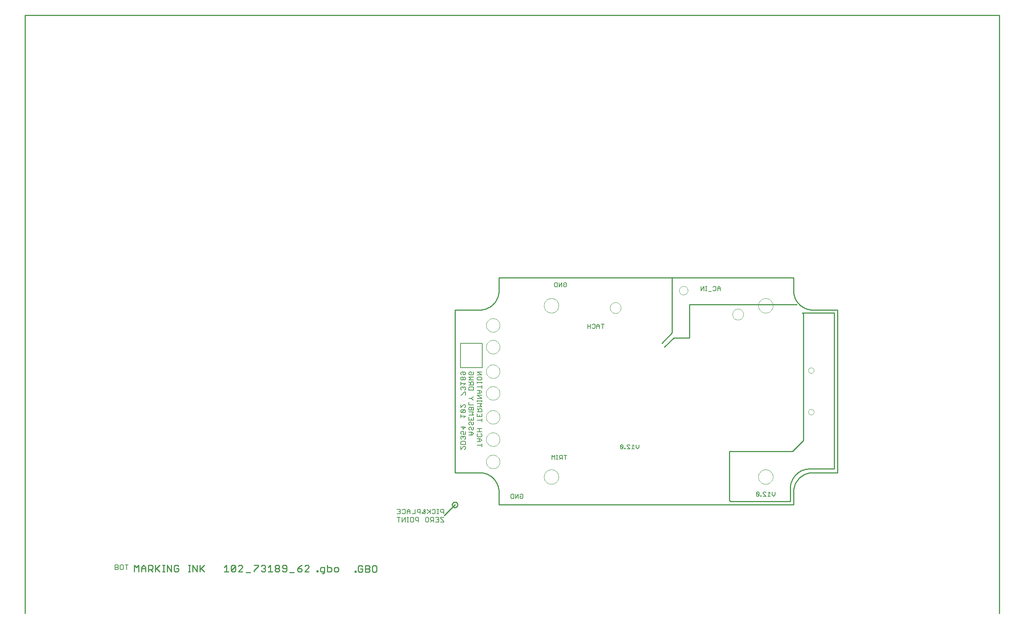
<source format=gbo>
G75*
%MOIN*%
%OFA0B0*%
%FSLAX24Y24*%
%IPPOS*%
%LPD*%
%AMOC8*
5,1,8,0,0,1.08239X$1,22.5*
%
%ADD10C,0.0100*%
%ADD11C,0.0070*%
%ADD12C,0.0000*%
%ADD13C,0.0110*%
%ADD14C,0.0080*%
D10*
X000500Y010000D02*
X000500Y065000D01*
X090000Y065000D01*
X090000Y010000D01*
X072874Y022953D02*
X072792Y022951D01*
X072711Y022945D01*
X072629Y022936D01*
X072548Y022923D01*
X072468Y022906D01*
X072389Y022885D01*
X072311Y022861D01*
X072234Y022833D01*
X072158Y022802D01*
X072084Y022767D01*
X072012Y022729D01*
X071941Y022688D01*
X071873Y022643D01*
X071806Y022595D01*
X071742Y022544D01*
X071680Y022491D01*
X071621Y022434D01*
X071564Y022375D01*
X071511Y022313D01*
X071460Y022249D01*
X071412Y022182D01*
X071367Y022114D01*
X071326Y022043D01*
X071288Y021971D01*
X071253Y021897D01*
X071222Y021821D01*
X071194Y021744D01*
X071170Y021666D01*
X071149Y021587D01*
X071132Y021507D01*
X071119Y021426D01*
X071110Y021344D01*
X071104Y021263D01*
X071102Y021181D01*
X071102Y020000D01*
X044035Y020000D01*
X044035Y021181D01*
X044035Y020000D01*
X071102Y020000D01*
X071102Y021181D01*
X070800Y021450D02*
X070800Y020300D01*
X065300Y020300D01*
X065200Y020400D01*
X065200Y024900D01*
X071000Y024900D01*
X072000Y025900D01*
X072000Y037550D01*
X071900Y037650D01*
X074850Y037650D01*
X074850Y023300D01*
X072550Y023300D01*
X072874Y022953D02*
X075138Y022953D01*
X075138Y037913D01*
X072874Y037913D01*
X075138Y037913D01*
X075138Y022953D01*
X072874Y022953D01*
X072550Y023300D02*
X072467Y023296D01*
X072384Y023288D01*
X072302Y023276D01*
X072220Y023260D01*
X072139Y023241D01*
X072059Y023218D01*
X071980Y023191D01*
X071903Y023161D01*
X071827Y023127D01*
X071753Y023089D01*
X071680Y023048D01*
X071610Y023004D01*
X071541Y022957D01*
X071475Y022907D01*
X071411Y022853D01*
X071350Y022797D01*
X071292Y022738D01*
X071236Y022676D01*
X071183Y022612D01*
X071133Y022545D01*
X071086Y022476D01*
X071043Y022405D01*
X071003Y022332D01*
X070966Y022258D01*
X070933Y022181D01*
X070903Y022104D01*
X070877Y022025D01*
X070855Y021945D01*
X070836Y021864D01*
X070821Y021782D01*
X070810Y021699D01*
X070803Y021616D01*
X070799Y021533D01*
X070800Y021450D01*
X071102Y021181D02*
X071104Y021263D01*
X071110Y021344D01*
X071119Y021426D01*
X071132Y021507D01*
X071149Y021587D01*
X071170Y021666D01*
X071194Y021744D01*
X071222Y021821D01*
X071253Y021897D01*
X071288Y021971D01*
X071326Y022043D01*
X071367Y022114D01*
X071412Y022182D01*
X071460Y022249D01*
X071511Y022313D01*
X071564Y022375D01*
X071621Y022434D01*
X071680Y022491D01*
X071742Y022544D01*
X071806Y022595D01*
X071873Y022643D01*
X071941Y022688D01*
X072012Y022729D01*
X072084Y022767D01*
X072158Y022802D01*
X072234Y022833D01*
X072311Y022861D01*
X072389Y022885D01*
X072468Y022906D01*
X072548Y022923D01*
X072629Y022936D01*
X072711Y022945D01*
X072792Y022951D01*
X072874Y022953D01*
X060100Y035350D02*
X059250Y034500D01*
X059000Y034850D02*
X059950Y035800D01*
X059950Y040900D01*
X061550Y038400D02*
X071400Y038400D01*
X071102Y039685D02*
X071102Y040866D01*
X044035Y040866D01*
X044035Y039685D01*
X044035Y040866D01*
X071102Y040866D01*
X071102Y039685D01*
X071104Y039603D01*
X071110Y039522D01*
X071119Y039440D01*
X071132Y039359D01*
X071149Y039279D01*
X071170Y039200D01*
X071194Y039122D01*
X071222Y039045D01*
X071253Y038969D01*
X071288Y038895D01*
X071326Y038823D01*
X071367Y038752D01*
X071412Y038684D01*
X071460Y038617D01*
X071511Y038553D01*
X071564Y038491D01*
X071621Y038432D01*
X071680Y038375D01*
X071742Y038322D01*
X071806Y038271D01*
X071873Y038223D01*
X071941Y038178D01*
X072012Y038137D01*
X072084Y038099D01*
X072158Y038064D01*
X072234Y038033D01*
X072311Y038005D01*
X072389Y037981D01*
X072468Y037960D01*
X072548Y037943D01*
X072629Y037930D01*
X072711Y037921D01*
X072792Y037915D01*
X072874Y037913D01*
X072792Y037915D01*
X072711Y037921D01*
X072629Y037930D01*
X072548Y037943D01*
X072468Y037960D01*
X072389Y037981D01*
X072311Y038005D01*
X072234Y038033D01*
X072158Y038064D01*
X072084Y038099D01*
X072012Y038137D01*
X071941Y038178D01*
X071873Y038223D01*
X071806Y038271D01*
X071742Y038322D01*
X071680Y038375D01*
X071621Y038432D01*
X071564Y038491D01*
X071511Y038553D01*
X071460Y038617D01*
X071412Y038684D01*
X071367Y038752D01*
X071326Y038823D01*
X071288Y038895D01*
X071253Y038969D01*
X071222Y039045D01*
X071194Y039122D01*
X071170Y039200D01*
X071149Y039279D01*
X071132Y039359D01*
X071119Y039440D01*
X071110Y039522D01*
X071104Y039603D01*
X071102Y039685D01*
X061550Y038400D02*
X061550Y035350D01*
X060100Y035350D01*
X042264Y037913D02*
X040000Y037913D01*
X040000Y022953D01*
X042264Y022953D01*
X040000Y022953D01*
X040000Y037913D01*
X042264Y037913D01*
X042346Y037915D01*
X042427Y037921D01*
X042509Y037930D01*
X042590Y037943D01*
X042670Y037960D01*
X042749Y037981D01*
X042827Y038005D01*
X042904Y038033D01*
X042980Y038064D01*
X043054Y038099D01*
X043126Y038137D01*
X043197Y038178D01*
X043265Y038223D01*
X043332Y038271D01*
X043396Y038322D01*
X043458Y038375D01*
X043517Y038432D01*
X043574Y038491D01*
X043627Y038553D01*
X043678Y038617D01*
X043726Y038684D01*
X043771Y038752D01*
X043812Y038823D01*
X043850Y038895D01*
X043885Y038969D01*
X043916Y039045D01*
X043944Y039122D01*
X043968Y039200D01*
X043989Y039279D01*
X044006Y039359D01*
X044019Y039440D01*
X044028Y039522D01*
X044034Y039603D01*
X044036Y039685D01*
X044034Y039603D01*
X044028Y039522D01*
X044019Y039440D01*
X044006Y039359D01*
X043989Y039279D01*
X043968Y039200D01*
X043944Y039122D01*
X043916Y039045D01*
X043885Y038969D01*
X043850Y038895D01*
X043812Y038823D01*
X043771Y038752D01*
X043726Y038684D01*
X043678Y038617D01*
X043627Y038553D01*
X043574Y038491D01*
X043517Y038432D01*
X043458Y038375D01*
X043396Y038322D01*
X043332Y038271D01*
X043265Y038223D01*
X043197Y038178D01*
X043126Y038137D01*
X043054Y038099D01*
X042980Y038064D01*
X042904Y038033D01*
X042827Y038005D01*
X042749Y037981D01*
X042670Y037960D01*
X042590Y037943D01*
X042509Y037930D01*
X042427Y037921D01*
X042346Y037915D01*
X042264Y037913D01*
X042264Y022953D02*
X042346Y022951D01*
X042427Y022945D01*
X042509Y022936D01*
X042590Y022923D01*
X042670Y022906D01*
X042749Y022885D01*
X042827Y022861D01*
X042904Y022833D01*
X042980Y022802D01*
X043054Y022767D01*
X043126Y022729D01*
X043197Y022688D01*
X043265Y022643D01*
X043332Y022595D01*
X043396Y022544D01*
X043458Y022491D01*
X043517Y022434D01*
X043574Y022375D01*
X043627Y022313D01*
X043678Y022249D01*
X043726Y022182D01*
X043771Y022114D01*
X043812Y022043D01*
X043850Y021971D01*
X043885Y021897D01*
X043916Y021821D01*
X043944Y021744D01*
X043968Y021666D01*
X043989Y021587D01*
X044006Y021507D01*
X044019Y021426D01*
X044028Y021344D01*
X044034Y021263D01*
X044036Y021181D01*
X044034Y021263D01*
X044028Y021344D01*
X044019Y021426D01*
X044006Y021507D01*
X043989Y021587D01*
X043968Y021666D01*
X043944Y021744D01*
X043916Y021821D01*
X043885Y021897D01*
X043850Y021971D01*
X043812Y022043D01*
X043771Y022114D01*
X043726Y022182D01*
X043678Y022249D01*
X043627Y022313D01*
X043574Y022375D01*
X043517Y022434D01*
X043458Y022491D01*
X043396Y022544D01*
X043332Y022595D01*
X043265Y022643D01*
X043197Y022688D01*
X043126Y022729D01*
X043054Y022767D01*
X042980Y022802D01*
X042904Y022833D01*
X042827Y022861D01*
X042749Y022885D01*
X042670Y022906D01*
X042590Y022923D01*
X042509Y022936D01*
X042427Y022945D01*
X042346Y022951D01*
X042264Y022953D01*
X039750Y020000D02*
X039752Y020031D01*
X039758Y020062D01*
X039768Y020092D01*
X039781Y020120D01*
X039798Y020147D01*
X039818Y020171D01*
X039841Y020193D01*
X039866Y020211D01*
X039894Y020226D01*
X039923Y020238D01*
X039953Y020246D01*
X039984Y020250D01*
X040016Y020250D01*
X040047Y020246D01*
X040077Y020238D01*
X040106Y020226D01*
X040134Y020211D01*
X040159Y020193D01*
X040182Y020171D01*
X040202Y020147D01*
X040219Y020120D01*
X040232Y020092D01*
X040242Y020062D01*
X040248Y020031D01*
X040250Y020000D01*
X040248Y019969D01*
X040242Y019938D01*
X040232Y019908D01*
X040219Y019880D01*
X040202Y019853D01*
X040182Y019829D01*
X040159Y019807D01*
X040134Y019789D01*
X040106Y019774D01*
X040077Y019762D01*
X040047Y019754D01*
X040016Y019750D01*
X039984Y019750D01*
X039953Y019754D01*
X039923Y019762D01*
X039894Y019774D01*
X039866Y019789D01*
X039841Y019807D01*
X039818Y019829D01*
X039798Y019853D01*
X039781Y019880D01*
X039768Y019908D01*
X039758Y019938D01*
X039752Y019969D01*
X039750Y020000D01*
X040000Y020000D02*
X039000Y019000D01*
D11*
X045154Y020648D02*
X045154Y020902D01*
X045218Y020965D01*
X045408Y020965D01*
X045408Y020585D01*
X045218Y020585D01*
X045154Y020648D01*
X045569Y020585D02*
X045569Y020965D01*
X045822Y020965D02*
X045569Y020585D01*
X045822Y020585D02*
X045822Y020965D01*
X045983Y020902D02*
X046046Y020965D01*
X046173Y020965D01*
X046237Y020902D01*
X046237Y020648D01*
X046173Y020585D01*
X046046Y020585D01*
X045983Y020648D01*
X045983Y020775D01*
X046110Y020775D01*
X048916Y024160D02*
X048916Y024540D01*
X049043Y024414D01*
X049170Y024540D01*
X049170Y024160D01*
X049319Y024160D02*
X049446Y024160D01*
X049383Y024160D02*
X049383Y024540D01*
X049446Y024540D02*
X049319Y024540D01*
X049607Y024477D02*
X049607Y024350D01*
X049670Y024287D01*
X049860Y024287D01*
X049734Y024287D02*
X049607Y024160D01*
X049860Y024160D02*
X049860Y024540D01*
X049670Y024540D01*
X049607Y024477D01*
X050021Y024540D02*
X050275Y024540D01*
X050148Y024540D02*
X050148Y024160D01*
X055194Y025198D02*
X055257Y025135D01*
X055384Y025135D01*
X055447Y025198D01*
X055194Y025452D01*
X055194Y025198D01*
X055447Y025198D02*
X055447Y025452D01*
X055384Y025515D01*
X055257Y025515D01*
X055194Y025452D01*
X055591Y025198D02*
X055591Y025135D01*
X055654Y025135D01*
X055654Y025198D01*
X055591Y025198D01*
X055815Y025135D02*
X056069Y025135D01*
X055815Y025389D01*
X055815Y025452D01*
X055878Y025515D01*
X056005Y025515D01*
X056069Y025452D01*
X056356Y025515D02*
X056356Y025135D01*
X056483Y025135D02*
X056229Y025135D01*
X056483Y025389D02*
X056356Y025515D01*
X056644Y025515D02*
X056644Y025262D01*
X056771Y025135D01*
X056897Y025262D01*
X056897Y025515D01*
X067694Y021102D02*
X067947Y020848D01*
X067884Y020785D01*
X067757Y020785D01*
X067694Y020848D01*
X067694Y021102D01*
X067757Y021165D01*
X067884Y021165D01*
X067947Y021102D01*
X067947Y020848D01*
X068091Y020848D02*
X068091Y020785D01*
X068154Y020785D01*
X068154Y020848D01*
X068091Y020848D01*
X068315Y020785D02*
X068569Y020785D01*
X068315Y021039D01*
X068315Y021102D01*
X068378Y021165D01*
X068505Y021165D01*
X068569Y021102D01*
X068856Y021165D02*
X068856Y020785D01*
X068983Y020785D02*
X068729Y020785D01*
X068983Y021039D02*
X068856Y021165D01*
X069144Y021165D02*
X069144Y020912D01*
X069271Y020785D01*
X069397Y020912D01*
X069397Y021165D01*
X053567Y036210D02*
X053567Y036590D01*
X053694Y036590D02*
X053440Y036590D01*
X053279Y036464D02*
X053153Y036590D01*
X053026Y036464D01*
X053026Y036210D01*
X052865Y036273D02*
X052802Y036210D01*
X052675Y036210D01*
X052611Y036273D01*
X052451Y036210D02*
X052451Y036590D01*
X052611Y036527D02*
X052675Y036590D01*
X052802Y036590D01*
X052865Y036527D01*
X052865Y036273D01*
X053026Y036400D02*
X053279Y036400D01*
X053279Y036464D02*
X053279Y036210D01*
X052451Y036400D02*
X052197Y036400D01*
X052197Y036590D02*
X052197Y036210D01*
X050173Y040035D02*
X050046Y040035D01*
X049983Y040098D01*
X049983Y040225D01*
X050110Y040225D01*
X050237Y040098D02*
X050173Y040035D01*
X050237Y040098D02*
X050237Y040352D01*
X050173Y040415D01*
X050046Y040415D01*
X049983Y040352D01*
X049822Y040415D02*
X049822Y040035D01*
X049569Y040035D02*
X049569Y040415D01*
X049408Y040415D02*
X049218Y040415D01*
X049154Y040352D01*
X049154Y040098D01*
X049218Y040035D01*
X049408Y040035D01*
X049408Y040415D01*
X049569Y040035D02*
X049822Y040415D01*
X062609Y040065D02*
X062609Y039685D01*
X062863Y040065D01*
X062863Y039685D01*
X063012Y039685D02*
X063139Y039685D01*
X063075Y039685D02*
X063075Y040065D01*
X063012Y040065D02*
X063139Y040065D01*
X063300Y039622D02*
X063553Y039622D01*
X063714Y039748D02*
X063777Y039685D01*
X063904Y039685D01*
X063967Y039748D01*
X063967Y040002D01*
X063904Y040065D01*
X063777Y040065D01*
X063714Y040002D01*
X064128Y039939D02*
X064128Y039685D01*
X064128Y039875D02*
X064382Y039875D01*
X064382Y039939D02*
X064255Y040065D01*
X064128Y039939D01*
X064382Y039939D02*
X064382Y039685D01*
D12*
X065500Y037500D02*
X065502Y037544D01*
X065508Y037588D01*
X065518Y037631D01*
X065531Y037673D01*
X065548Y037714D01*
X065569Y037753D01*
X065593Y037790D01*
X065620Y037825D01*
X065650Y037857D01*
X065683Y037887D01*
X065719Y037913D01*
X065756Y037937D01*
X065796Y037956D01*
X065837Y037973D01*
X065880Y037985D01*
X065923Y037994D01*
X065967Y037999D01*
X066011Y038000D01*
X066055Y037997D01*
X066099Y037990D01*
X066142Y037979D01*
X066184Y037965D01*
X066224Y037947D01*
X066263Y037925D01*
X066299Y037901D01*
X066333Y037873D01*
X066365Y037842D01*
X066394Y037808D01*
X066420Y037772D01*
X066442Y037734D01*
X066461Y037694D01*
X066476Y037652D01*
X066488Y037610D01*
X066496Y037566D01*
X066500Y037522D01*
X066500Y037478D01*
X066496Y037434D01*
X066488Y037390D01*
X066476Y037348D01*
X066461Y037306D01*
X066442Y037266D01*
X066420Y037228D01*
X066394Y037192D01*
X066365Y037158D01*
X066333Y037127D01*
X066299Y037099D01*
X066263Y037075D01*
X066224Y037053D01*
X066184Y037035D01*
X066142Y037021D01*
X066099Y037010D01*
X066055Y037003D01*
X066011Y037000D01*
X065967Y037001D01*
X065923Y037006D01*
X065880Y037015D01*
X065837Y037027D01*
X065796Y037044D01*
X065756Y037063D01*
X065719Y037087D01*
X065683Y037113D01*
X065650Y037143D01*
X065620Y037175D01*
X065593Y037210D01*
X065569Y037247D01*
X065548Y037286D01*
X065531Y037327D01*
X065518Y037369D01*
X065508Y037412D01*
X065502Y037456D01*
X065500Y037500D01*
X067874Y038307D02*
X067876Y038358D01*
X067882Y038409D01*
X067892Y038459D01*
X067905Y038509D01*
X067923Y038557D01*
X067943Y038604D01*
X067968Y038649D01*
X067996Y038692D01*
X068027Y038733D01*
X068061Y038771D01*
X068098Y038806D01*
X068137Y038839D01*
X068179Y038869D01*
X068223Y038895D01*
X068269Y038917D01*
X068317Y038937D01*
X068366Y038952D01*
X068416Y038964D01*
X068466Y038972D01*
X068517Y038976D01*
X068569Y038976D01*
X068620Y038972D01*
X068670Y038964D01*
X068720Y038952D01*
X068769Y038937D01*
X068817Y038917D01*
X068863Y038895D01*
X068907Y038869D01*
X068949Y038839D01*
X068988Y038806D01*
X069025Y038771D01*
X069059Y038733D01*
X069090Y038692D01*
X069118Y038649D01*
X069143Y038604D01*
X069163Y038557D01*
X069181Y038509D01*
X069194Y038459D01*
X069204Y038409D01*
X069210Y038358D01*
X069212Y038307D01*
X069210Y038256D01*
X069204Y038205D01*
X069194Y038155D01*
X069181Y038105D01*
X069163Y038057D01*
X069143Y038010D01*
X069118Y037965D01*
X069090Y037922D01*
X069059Y037881D01*
X069025Y037843D01*
X068988Y037808D01*
X068949Y037775D01*
X068907Y037745D01*
X068863Y037719D01*
X068817Y037697D01*
X068769Y037677D01*
X068720Y037662D01*
X068670Y037650D01*
X068620Y037642D01*
X068569Y037638D01*
X068517Y037638D01*
X068466Y037642D01*
X068416Y037650D01*
X068366Y037662D01*
X068317Y037677D01*
X068269Y037697D01*
X068223Y037719D01*
X068179Y037745D01*
X068137Y037775D01*
X068098Y037808D01*
X068061Y037843D01*
X068027Y037881D01*
X067996Y037922D01*
X067968Y037965D01*
X067943Y038010D01*
X067923Y038057D01*
X067905Y038105D01*
X067892Y038155D01*
X067882Y038205D01*
X067876Y038256D01*
X067874Y038307D01*
X060606Y039700D02*
X060608Y039739D01*
X060614Y039778D01*
X060624Y039816D01*
X060637Y039853D01*
X060654Y039888D01*
X060674Y039922D01*
X060698Y039953D01*
X060725Y039982D01*
X060754Y040008D01*
X060786Y040031D01*
X060820Y040051D01*
X060856Y040067D01*
X060893Y040079D01*
X060932Y040088D01*
X060971Y040093D01*
X061010Y040094D01*
X061049Y040091D01*
X061088Y040084D01*
X061125Y040073D01*
X061162Y040059D01*
X061197Y040041D01*
X061230Y040020D01*
X061261Y039995D01*
X061289Y039968D01*
X061314Y039938D01*
X061336Y039905D01*
X061355Y039871D01*
X061370Y039835D01*
X061382Y039797D01*
X061390Y039759D01*
X061394Y039720D01*
X061394Y039680D01*
X061390Y039641D01*
X061382Y039603D01*
X061370Y039565D01*
X061355Y039529D01*
X061336Y039495D01*
X061314Y039462D01*
X061289Y039432D01*
X061261Y039405D01*
X061230Y039380D01*
X061197Y039359D01*
X061162Y039341D01*
X061125Y039327D01*
X061088Y039316D01*
X061049Y039309D01*
X061010Y039306D01*
X060971Y039307D01*
X060932Y039312D01*
X060893Y039321D01*
X060856Y039333D01*
X060820Y039349D01*
X060786Y039369D01*
X060754Y039392D01*
X060725Y039418D01*
X060698Y039447D01*
X060674Y039478D01*
X060654Y039512D01*
X060637Y039547D01*
X060624Y039584D01*
X060614Y039622D01*
X060608Y039661D01*
X060606Y039700D01*
X054250Y038100D02*
X054252Y038144D01*
X054258Y038188D01*
X054268Y038231D01*
X054281Y038273D01*
X054298Y038314D01*
X054319Y038353D01*
X054343Y038390D01*
X054370Y038425D01*
X054400Y038457D01*
X054433Y038487D01*
X054469Y038513D01*
X054506Y038537D01*
X054546Y038556D01*
X054587Y038573D01*
X054630Y038585D01*
X054673Y038594D01*
X054717Y038599D01*
X054761Y038600D01*
X054805Y038597D01*
X054849Y038590D01*
X054892Y038579D01*
X054934Y038565D01*
X054974Y038547D01*
X055013Y038525D01*
X055049Y038501D01*
X055083Y038473D01*
X055115Y038442D01*
X055144Y038408D01*
X055170Y038372D01*
X055192Y038334D01*
X055211Y038294D01*
X055226Y038252D01*
X055238Y038210D01*
X055246Y038166D01*
X055250Y038122D01*
X055250Y038078D01*
X055246Y038034D01*
X055238Y037990D01*
X055226Y037948D01*
X055211Y037906D01*
X055192Y037866D01*
X055170Y037828D01*
X055144Y037792D01*
X055115Y037758D01*
X055083Y037727D01*
X055049Y037699D01*
X055013Y037675D01*
X054974Y037653D01*
X054934Y037635D01*
X054892Y037621D01*
X054849Y037610D01*
X054805Y037603D01*
X054761Y037600D01*
X054717Y037601D01*
X054673Y037606D01*
X054630Y037615D01*
X054587Y037627D01*
X054546Y037644D01*
X054506Y037663D01*
X054469Y037687D01*
X054433Y037713D01*
X054400Y037743D01*
X054370Y037775D01*
X054343Y037810D01*
X054319Y037847D01*
X054298Y037886D01*
X054281Y037927D01*
X054268Y037969D01*
X054258Y038012D01*
X054252Y038056D01*
X054250Y038100D01*
X048189Y038307D02*
X048191Y038358D01*
X048197Y038409D01*
X048207Y038459D01*
X048220Y038509D01*
X048238Y038557D01*
X048258Y038604D01*
X048283Y038649D01*
X048311Y038692D01*
X048342Y038733D01*
X048376Y038771D01*
X048413Y038806D01*
X048452Y038839D01*
X048494Y038869D01*
X048538Y038895D01*
X048584Y038917D01*
X048632Y038937D01*
X048681Y038952D01*
X048731Y038964D01*
X048781Y038972D01*
X048832Y038976D01*
X048884Y038976D01*
X048935Y038972D01*
X048985Y038964D01*
X049035Y038952D01*
X049084Y038937D01*
X049132Y038917D01*
X049178Y038895D01*
X049222Y038869D01*
X049264Y038839D01*
X049303Y038806D01*
X049340Y038771D01*
X049374Y038733D01*
X049405Y038692D01*
X049433Y038649D01*
X049458Y038604D01*
X049478Y038557D01*
X049496Y038509D01*
X049509Y038459D01*
X049519Y038409D01*
X049525Y038358D01*
X049527Y038307D01*
X049525Y038256D01*
X049519Y038205D01*
X049509Y038155D01*
X049496Y038105D01*
X049478Y038057D01*
X049458Y038010D01*
X049433Y037965D01*
X049405Y037922D01*
X049374Y037881D01*
X049340Y037843D01*
X049303Y037808D01*
X049264Y037775D01*
X049222Y037745D01*
X049178Y037719D01*
X049132Y037697D01*
X049084Y037677D01*
X049035Y037662D01*
X048985Y037650D01*
X048935Y037642D01*
X048884Y037638D01*
X048832Y037638D01*
X048781Y037642D01*
X048731Y037650D01*
X048681Y037662D01*
X048632Y037677D01*
X048584Y037697D01*
X048538Y037719D01*
X048494Y037745D01*
X048452Y037775D01*
X048413Y037808D01*
X048376Y037843D01*
X048342Y037881D01*
X048311Y037922D01*
X048283Y037965D01*
X048258Y038010D01*
X048238Y038057D01*
X048220Y038105D01*
X048207Y038155D01*
X048197Y038205D01*
X048191Y038256D01*
X048189Y038307D01*
X042875Y036500D02*
X042877Y036550D01*
X042883Y036599D01*
X042893Y036648D01*
X042906Y036695D01*
X042924Y036742D01*
X042945Y036787D01*
X042969Y036830D01*
X042997Y036871D01*
X043028Y036910D01*
X043062Y036946D01*
X043099Y036980D01*
X043139Y037010D01*
X043180Y037037D01*
X043224Y037061D01*
X043269Y037081D01*
X043316Y037097D01*
X043364Y037110D01*
X043413Y037119D01*
X043463Y037124D01*
X043512Y037125D01*
X043562Y037122D01*
X043611Y037115D01*
X043660Y037104D01*
X043707Y037090D01*
X043753Y037071D01*
X043798Y037049D01*
X043841Y037024D01*
X043881Y036995D01*
X043919Y036963D01*
X043955Y036929D01*
X043988Y036891D01*
X044017Y036851D01*
X044043Y036809D01*
X044066Y036765D01*
X044085Y036719D01*
X044101Y036672D01*
X044113Y036623D01*
X044121Y036574D01*
X044125Y036525D01*
X044125Y036475D01*
X044121Y036426D01*
X044113Y036377D01*
X044101Y036328D01*
X044085Y036281D01*
X044066Y036235D01*
X044043Y036191D01*
X044017Y036149D01*
X043988Y036109D01*
X043955Y036071D01*
X043919Y036037D01*
X043881Y036005D01*
X043841Y035976D01*
X043798Y035951D01*
X043753Y035929D01*
X043707Y035910D01*
X043660Y035896D01*
X043611Y035885D01*
X043562Y035878D01*
X043512Y035875D01*
X043463Y035876D01*
X043413Y035881D01*
X043364Y035890D01*
X043316Y035903D01*
X043269Y035919D01*
X043224Y035939D01*
X043180Y035963D01*
X043139Y035990D01*
X043099Y036020D01*
X043062Y036054D01*
X043028Y036090D01*
X042997Y036129D01*
X042969Y036170D01*
X042945Y036213D01*
X042924Y036258D01*
X042906Y036305D01*
X042893Y036352D01*
X042883Y036401D01*
X042877Y036450D01*
X042875Y036500D01*
X042875Y034500D02*
X042877Y034550D01*
X042883Y034599D01*
X042893Y034648D01*
X042906Y034695D01*
X042924Y034742D01*
X042945Y034787D01*
X042969Y034830D01*
X042997Y034871D01*
X043028Y034910D01*
X043062Y034946D01*
X043099Y034980D01*
X043139Y035010D01*
X043180Y035037D01*
X043224Y035061D01*
X043269Y035081D01*
X043316Y035097D01*
X043364Y035110D01*
X043413Y035119D01*
X043463Y035124D01*
X043512Y035125D01*
X043562Y035122D01*
X043611Y035115D01*
X043660Y035104D01*
X043707Y035090D01*
X043753Y035071D01*
X043798Y035049D01*
X043841Y035024D01*
X043881Y034995D01*
X043919Y034963D01*
X043955Y034929D01*
X043988Y034891D01*
X044017Y034851D01*
X044043Y034809D01*
X044066Y034765D01*
X044085Y034719D01*
X044101Y034672D01*
X044113Y034623D01*
X044121Y034574D01*
X044125Y034525D01*
X044125Y034475D01*
X044121Y034426D01*
X044113Y034377D01*
X044101Y034328D01*
X044085Y034281D01*
X044066Y034235D01*
X044043Y034191D01*
X044017Y034149D01*
X043988Y034109D01*
X043955Y034071D01*
X043919Y034037D01*
X043881Y034005D01*
X043841Y033976D01*
X043798Y033951D01*
X043753Y033929D01*
X043707Y033910D01*
X043660Y033896D01*
X043611Y033885D01*
X043562Y033878D01*
X043512Y033875D01*
X043463Y033876D01*
X043413Y033881D01*
X043364Y033890D01*
X043316Y033903D01*
X043269Y033919D01*
X043224Y033939D01*
X043180Y033963D01*
X043139Y033990D01*
X043099Y034020D01*
X043062Y034054D01*
X043028Y034090D01*
X042997Y034129D01*
X042969Y034170D01*
X042945Y034213D01*
X042924Y034258D01*
X042906Y034305D01*
X042893Y034352D01*
X042883Y034401D01*
X042877Y034450D01*
X042875Y034500D01*
X042875Y032250D02*
X042877Y032300D01*
X042883Y032349D01*
X042893Y032398D01*
X042906Y032445D01*
X042924Y032492D01*
X042945Y032537D01*
X042969Y032580D01*
X042997Y032621D01*
X043028Y032660D01*
X043062Y032696D01*
X043099Y032730D01*
X043139Y032760D01*
X043180Y032787D01*
X043224Y032811D01*
X043269Y032831D01*
X043316Y032847D01*
X043364Y032860D01*
X043413Y032869D01*
X043463Y032874D01*
X043512Y032875D01*
X043562Y032872D01*
X043611Y032865D01*
X043660Y032854D01*
X043707Y032840D01*
X043753Y032821D01*
X043798Y032799D01*
X043841Y032774D01*
X043881Y032745D01*
X043919Y032713D01*
X043955Y032679D01*
X043988Y032641D01*
X044017Y032601D01*
X044043Y032559D01*
X044066Y032515D01*
X044085Y032469D01*
X044101Y032422D01*
X044113Y032373D01*
X044121Y032324D01*
X044125Y032275D01*
X044125Y032225D01*
X044121Y032176D01*
X044113Y032127D01*
X044101Y032078D01*
X044085Y032031D01*
X044066Y031985D01*
X044043Y031941D01*
X044017Y031899D01*
X043988Y031859D01*
X043955Y031821D01*
X043919Y031787D01*
X043881Y031755D01*
X043841Y031726D01*
X043798Y031701D01*
X043753Y031679D01*
X043707Y031660D01*
X043660Y031646D01*
X043611Y031635D01*
X043562Y031628D01*
X043512Y031625D01*
X043463Y031626D01*
X043413Y031631D01*
X043364Y031640D01*
X043316Y031653D01*
X043269Y031669D01*
X043224Y031689D01*
X043180Y031713D01*
X043139Y031740D01*
X043099Y031770D01*
X043062Y031804D01*
X043028Y031840D01*
X042997Y031879D01*
X042969Y031920D01*
X042945Y031963D01*
X042924Y032008D01*
X042906Y032055D01*
X042893Y032102D01*
X042883Y032151D01*
X042877Y032200D01*
X042875Y032250D01*
X042875Y030250D02*
X042877Y030300D01*
X042883Y030349D01*
X042893Y030398D01*
X042906Y030445D01*
X042924Y030492D01*
X042945Y030537D01*
X042969Y030580D01*
X042997Y030621D01*
X043028Y030660D01*
X043062Y030696D01*
X043099Y030730D01*
X043139Y030760D01*
X043180Y030787D01*
X043224Y030811D01*
X043269Y030831D01*
X043316Y030847D01*
X043364Y030860D01*
X043413Y030869D01*
X043463Y030874D01*
X043512Y030875D01*
X043562Y030872D01*
X043611Y030865D01*
X043660Y030854D01*
X043707Y030840D01*
X043753Y030821D01*
X043798Y030799D01*
X043841Y030774D01*
X043881Y030745D01*
X043919Y030713D01*
X043955Y030679D01*
X043988Y030641D01*
X044017Y030601D01*
X044043Y030559D01*
X044066Y030515D01*
X044085Y030469D01*
X044101Y030422D01*
X044113Y030373D01*
X044121Y030324D01*
X044125Y030275D01*
X044125Y030225D01*
X044121Y030176D01*
X044113Y030127D01*
X044101Y030078D01*
X044085Y030031D01*
X044066Y029985D01*
X044043Y029941D01*
X044017Y029899D01*
X043988Y029859D01*
X043955Y029821D01*
X043919Y029787D01*
X043881Y029755D01*
X043841Y029726D01*
X043798Y029701D01*
X043753Y029679D01*
X043707Y029660D01*
X043660Y029646D01*
X043611Y029635D01*
X043562Y029628D01*
X043512Y029625D01*
X043463Y029626D01*
X043413Y029631D01*
X043364Y029640D01*
X043316Y029653D01*
X043269Y029669D01*
X043224Y029689D01*
X043180Y029713D01*
X043139Y029740D01*
X043099Y029770D01*
X043062Y029804D01*
X043028Y029840D01*
X042997Y029879D01*
X042969Y029920D01*
X042945Y029963D01*
X042924Y030008D01*
X042906Y030055D01*
X042893Y030102D01*
X042883Y030151D01*
X042877Y030200D01*
X042875Y030250D01*
X042875Y028050D02*
X042877Y028100D01*
X042883Y028149D01*
X042893Y028198D01*
X042906Y028245D01*
X042924Y028292D01*
X042945Y028337D01*
X042969Y028380D01*
X042997Y028421D01*
X043028Y028460D01*
X043062Y028496D01*
X043099Y028530D01*
X043139Y028560D01*
X043180Y028587D01*
X043224Y028611D01*
X043269Y028631D01*
X043316Y028647D01*
X043364Y028660D01*
X043413Y028669D01*
X043463Y028674D01*
X043512Y028675D01*
X043562Y028672D01*
X043611Y028665D01*
X043660Y028654D01*
X043707Y028640D01*
X043753Y028621D01*
X043798Y028599D01*
X043841Y028574D01*
X043881Y028545D01*
X043919Y028513D01*
X043955Y028479D01*
X043988Y028441D01*
X044017Y028401D01*
X044043Y028359D01*
X044066Y028315D01*
X044085Y028269D01*
X044101Y028222D01*
X044113Y028173D01*
X044121Y028124D01*
X044125Y028075D01*
X044125Y028025D01*
X044121Y027976D01*
X044113Y027927D01*
X044101Y027878D01*
X044085Y027831D01*
X044066Y027785D01*
X044043Y027741D01*
X044017Y027699D01*
X043988Y027659D01*
X043955Y027621D01*
X043919Y027587D01*
X043881Y027555D01*
X043841Y027526D01*
X043798Y027501D01*
X043753Y027479D01*
X043707Y027460D01*
X043660Y027446D01*
X043611Y027435D01*
X043562Y027428D01*
X043512Y027425D01*
X043463Y027426D01*
X043413Y027431D01*
X043364Y027440D01*
X043316Y027453D01*
X043269Y027469D01*
X043224Y027489D01*
X043180Y027513D01*
X043139Y027540D01*
X043099Y027570D01*
X043062Y027604D01*
X043028Y027640D01*
X042997Y027679D01*
X042969Y027720D01*
X042945Y027763D01*
X042924Y027808D01*
X042906Y027855D01*
X042893Y027902D01*
X042883Y027951D01*
X042877Y028000D01*
X042875Y028050D01*
X042875Y026000D02*
X042877Y026050D01*
X042883Y026099D01*
X042893Y026148D01*
X042906Y026195D01*
X042924Y026242D01*
X042945Y026287D01*
X042969Y026330D01*
X042997Y026371D01*
X043028Y026410D01*
X043062Y026446D01*
X043099Y026480D01*
X043139Y026510D01*
X043180Y026537D01*
X043224Y026561D01*
X043269Y026581D01*
X043316Y026597D01*
X043364Y026610D01*
X043413Y026619D01*
X043463Y026624D01*
X043512Y026625D01*
X043562Y026622D01*
X043611Y026615D01*
X043660Y026604D01*
X043707Y026590D01*
X043753Y026571D01*
X043798Y026549D01*
X043841Y026524D01*
X043881Y026495D01*
X043919Y026463D01*
X043955Y026429D01*
X043988Y026391D01*
X044017Y026351D01*
X044043Y026309D01*
X044066Y026265D01*
X044085Y026219D01*
X044101Y026172D01*
X044113Y026123D01*
X044121Y026074D01*
X044125Y026025D01*
X044125Y025975D01*
X044121Y025926D01*
X044113Y025877D01*
X044101Y025828D01*
X044085Y025781D01*
X044066Y025735D01*
X044043Y025691D01*
X044017Y025649D01*
X043988Y025609D01*
X043955Y025571D01*
X043919Y025537D01*
X043881Y025505D01*
X043841Y025476D01*
X043798Y025451D01*
X043753Y025429D01*
X043707Y025410D01*
X043660Y025396D01*
X043611Y025385D01*
X043562Y025378D01*
X043512Y025375D01*
X043463Y025376D01*
X043413Y025381D01*
X043364Y025390D01*
X043316Y025403D01*
X043269Y025419D01*
X043224Y025439D01*
X043180Y025463D01*
X043139Y025490D01*
X043099Y025520D01*
X043062Y025554D01*
X043028Y025590D01*
X042997Y025629D01*
X042969Y025670D01*
X042945Y025713D01*
X042924Y025758D01*
X042906Y025805D01*
X042893Y025852D01*
X042883Y025901D01*
X042877Y025950D01*
X042875Y026000D01*
X042875Y023950D02*
X042877Y024000D01*
X042883Y024049D01*
X042893Y024098D01*
X042906Y024145D01*
X042924Y024192D01*
X042945Y024237D01*
X042969Y024280D01*
X042997Y024321D01*
X043028Y024360D01*
X043062Y024396D01*
X043099Y024430D01*
X043139Y024460D01*
X043180Y024487D01*
X043224Y024511D01*
X043269Y024531D01*
X043316Y024547D01*
X043364Y024560D01*
X043413Y024569D01*
X043463Y024574D01*
X043512Y024575D01*
X043562Y024572D01*
X043611Y024565D01*
X043660Y024554D01*
X043707Y024540D01*
X043753Y024521D01*
X043798Y024499D01*
X043841Y024474D01*
X043881Y024445D01*
X043919Y024413D01*
X043955Y024379D01*
X043988Y024341D01*
X044017Y024301D01*
X044043Y024259D01*
X044066Y024215D01*
X044085Y024169D01*
X044101Y024122D01*
X044113Y024073D01*
X044121Y024024D01*
X044125Y023975D01*
X044125Y023925D01*
X044121Y023876D01*
X044113Y023827D01*
X044101Y023778D01*
X044085Y023731D01*
X044066Y023685D01*
X044043Y023641D01*
X044017Y023599D01*
X043988Y023559D01*
X043955Y023521D01*
X043919Y023487D01*
X043881Y023455D01*
X043841Y023426D01*
X043798Y023401D01*
X043753Y023379D01*
X043707Y023360D01*
X043660Y023346D01*
X043611Y023335D01*
X043562Y023328D01*
X043512Y023325D01*
X043463Y023326D01*
X043413Y023331D01*
X043364Y023340D01*
X043316Y023353D01*
X043269Y023369D01*
X043224Y023389D01*
X043180Y023413D01*
X043139Y023440D01*
X043099Y023470D01*
X043062Y023504D01*
X043028Y023540D01*
X042997Y023579D01*
X042969Y023620D01*
X042945Y023663D01*
X042924Y023708D01*
X042906Y023755D01*
X042893Y023802D01*
X042883Y023851D01*
X042877Y023900D01*
X042875Y023950D01*
X048189Y022559D02*
X048191Y022610D01*
X048197Y022661D01*
X048207Y022711D01*
X048220Y022761D01*
X048238Y022809D01*
X048258Y022856D01*
X048283Y022901D01*
X048311Y022944D01*
X048342Y022985D01*
X048376Y023023D01*
X048413Y023058D01*
X048452Y023091D01*
X048494Y023121D01*
X048538Y023147D01*
X048584Y023169D01*
X048632Y023189D01*
X048681Y023204D01*
X048731Y023216D01*
X048781Y023224D01*
X048832Y023228D01*
X048884Y023228D01*
X048935Y023224D01*
X048985Y023216D01*
X049035Y023204D01*
X049084Y023189D01*
X049132Y023169D01*
X049178Y023147D01*
X049222Y023121D01*
X049264Y023091D01*
X049303Y023058D01*
X049340Y023023D01*
X049374Y022985D01*
X049405Y022944D01*
X049433Y022901D01*
X049458Y022856D01*
X049478Y022809D01*
X049496Y022761D01*
X049509Y022711D01*
X049519Y022661D01*
X049525Y022610D01*
X049527Y022559D01*
X049525Y022508D01*
X049519Y022457D01*
X049509Y022407D01*
X049496Y022357D01*
X049478Y022309D01*
X049458Y022262D01*
X049433Y022217D01*
X049405Y022174D01*
X049374Y022133D01*
X049340Y022095D01*
X049303Y022060D01*
X049264Y022027D01*
X049222Y021997D01*
X049178Y021971D01*
X049132Y021949D01*
X049084Y021929D01*
X049035Y021914D01*
X048985Y021902D01*
X048935Y021894D01*
X048884Y021890D01*
X048832Y021890D01*
X048781Y021894D01*
X048731Y021902D01*
X048681Y021914D01*
X048632Y021929D01*
X048584Y021949D01*
X048538Y021971D01*
X048494Y021997D01*
X048452Y022027D01*
X048413Y022060D01*
X048376Y022095D01*
X048342Y022133D01*
X048311Y022174D01*
X048283Y022217D01*
X048258Y022262D01*
X048238Y022309D01*
X048220Y022357D01*
X048207Y022407D01*
X048197Y022457D01*
X048191Y022508D01*
X048189Y022559D01*
X067874Y022559D02*
X067876Y022610D01*
X067882Y022661D01*
X067892Y022711D01*
X067905Y022761D01*
X067923Y022809D01*
X067943Y022856D01*
X067968Y022901D01*
X067996Y022944D01*
X068027Y022985D01*
X068061Y023023D01*
X068098Y023058D01*
X068137Y023091D01*
X068179Y023121D01*
X068223Y023147D01*
X068269Y023169D01*
X068317Y023189D01*
X068366Y023204D01*
X068416Y023216D01*
X068466Y023224D01*
X068517Y023228D01*
X068569Y023228D01*
X068620Y023224D01*
X068670Y023216D01*
X068720Y023204D01*
X068769Y023189D01*
X068817Y023169D01*
X068863Y023147D01*
X068907Y023121D01*
X068949Y023091D01*
X068988Y023058D01*
X069025Y023023D01*
X069059Y022985D01*
X069090Y022944D01*
X069118Y022901D01*
X069143Y022856D01*
X069163Y022809D01*
X069181Y022761D01*
X069194Y022711D01*
X069204Y022661D01*
X069210Y022610D01*
X069212Y022559D01*
X069210Y022508D01*
X069204Y022457D01*
X069194Y022407D01*
X069181Y022357D01*
X069163Y022309D01*
X069143Y022262D01*
X069118Y022217D01*
X069090Y022174D01*
X069059Y022133D01*
X069025Y022095D01*
X068988Y022060D01*
X068949Y022027D01*
X068907Y021997D01*
X068863Y021971D01*
X068817Y021949D01*
X068769Y021929D01*
X068720Y021914D01*
X068670Y021902D01*
X068620Y021894D01*
X068569Y021890D01*
X068517Y021890D01*
X068466Y021894D01*
X068416Y021902D01*
X068366Y021914D01*
X068317Y021929D01*
X068269Y021949D01*
X068223Y021971D01*
X068179Y021997D01*
X068137Y022027D01*
X068098Y022060D01*
X068061Y022095D01*
X068027Y022133D01*
X067996Y022174D01*
X067968Y022217D01*
X067943Y022262D01*
X067923Y022309D01*
X067905Y022357D01*
X067892Y022407D01*
X067882Y022457D01*
X067876Y022508D01*
X067874Y022559D01*
X072464Y028524D02*
X072466Y028555D01*
X072472Y028586D01*
X072481Y028616D01*
X072494Y028645D01*
X072511Y028672D01*
X072531Y028696D01*
X072553Y028718D01*
X072579Y028737D01*
X072606Y028753D01*
X072635Y028765D01*
X072665Y028774D01*
X072696Y028779D01*
X072728Y028780D01*
X072759Y028777D01*
X072790Y028770D01*
X072820Y028760D01*
X072848Y028746D01*
X072874Y028728D01*
X072898Y028708D01*
X072919Y028684D01*
X072938Y028659D01*
X072953Y028631D01*
X072964Y028602D01*
X072972Y028571D01*
X072976Y028540D01*
X072976Y028508D01*
X072972Y028477D01*
X072964Y028446D01*
X072953Y028417D01*
X072938Y028389D01*
X072919Y028364D01*
X072898Y028340D01*
X072874Y028320D01*
X072848Y028302D01*
X072820Y028288D01*
X072790Y028278D01*
X072759Y028271D01*
X072728Y028268D01*
X072696Y028269D01*
X072665Y028274D01*
X072635Y028283D01*
X072606Y028295D01*
X072579Y028311D01*
X072553Y028330D01*
X072531Y028352D01*
X072511Y028376D01*
X072494Y028403D01*
X072481Y028432D01*
X072472Y028462D01*
X072466Y028493D01*
X072464Y028524D01*
X072464Y032343D02*
X072466Y032374D01*
X072472Y032405D01*
X072481Y032435D01*
X072494Y032464D01*
X072511Y032491D01*
X072531Y032515D01*
X072553Y032537D01*
X072579Y032556D01*
X072606Y032572D01*
X072635Y032584D01*
X072665Y032593D01*
X072696Y032598D01*
X072728Y032599D01*
X072759Y032596D01*
X072790Y032589D01*
X072820Y032579D01*
X072848Y032565D01*
X072874Y032547D01*
X072898Y032527D01*
X072919Y032503D01*
X072938Y032478D01*
X072953Y032450D01*
X072964Y032421D01*
X072972Y032390D01*
X072976Y032359D01*
X072976Y032327D01*
X072972Y032296D01*
X072964Y032265D01*
X072953Y032236D01*
X072938Y032208D01*
X072919Y032183D01*
X072898Y032159D01*
X072874Y032139D01*
X072848Y032121D01*
X072820Y032107D01*
X072790Y032097D01*
X072759Y032090D01*
X072728Y032087D01*
X072696Y032088D01*
X072665Y032093D01*
X072635Y032102D01*
X072606Y032114D01*
X072579Y032130D01*
X072553Y032149D01*
X072531Y032171D01*
X072511Y032195D01*
X072494Y032222D01*
X072481Y032251D01*
X072472Y032281D01*
X072466Y032312D01*
X072464Y032343D01*
D13*
X032804Y014297D02*
X032706Y014396D01*
X032509Y014396D01*
X032410Y014297D01*
X032410Y013903D01*
X032509Y013805D01*
X032706Y013805D01*
X032804Y013903D01*
X032804Y014297D01*
X032160Y014297D02*
X032061Y014396D01*
X031766Y014396D01*
X031766Y013805D01*
X032061Y013805D01*
X032160Y013903D01*
X032160Y014002D01*
X032061Y014100D01*
X031766Y014100D01*
X031515Y014100D02*
X031318Y014100D01*
X031515Y014100D02*
X031515Y013903D01*
X031417Y013805D01*
X031220Y013805D01*
X031121Y013903D01*
X031121Y014297D01*
X031220Y014396D01*
X031417Y014396D01*
X031515Y014297D01*
X032061Y014100D02*
X032160Y014199D01*
X032160Y014297D01*
X030897Y013903D02*
X030897Y013805D01*
X030799Y013805D01*
X030799Y013903D01*
X030897Y013903D01*
X029310Y013953D02*
X029310Y014150D01*
X029212Y014249D01*
X029015Y014249D01*
X028916Y014150D01*
X028916Y013953D01*
X029015Y013855D01*
X029212Y013855D01*
X029310Y013953D01*
X028665Y013953D02*
X028665Y014150D01*
X028567Y014249D01*
X028272Y014249D01*
X028272Y014446D02*
X028272Y013855D01*
X028567Y013855D01*
X028665Y013953D01*
X028021Y013855D02*
X027726Y013855D01*
X027627Y013953D01*
X027627Y014150D01*
X027726Y014249D01*
X028021Y014249D01*
X028021Y013757D01*
X027923Y013658D01*
X027824Y013658D01*
X027403Y013855D02*
X027305Y013855D01*
X027305Y013953D01*
X027403Y013953D01*
X027403Y013855D01*
X026593Y013855D02*
X026200Y013855D01*
X026593Y014249D01*
X026593Y014347D01*
X026495Y014446D01*
X026298Y014446D01*
X026200Y014347D01*
X025949Y014446D02*
X025752Y014347D01*
X025555Y014150D01*
X025850Y014150D01*
X025949Y014052D01*
X025949Y013953D01*
X025850Y013855D01*
X025653Y013855D01*
X025555Y013953D01*
X025555Y014150D01*
X025199Y013757D02*
X024805Y013757D01*
X024527Y013953D02*
X024527Y014347D01*
X024428Y014446D01*
X024232Y014446D01*
X024133Y014347D01*
X024133Y014249D01*
X024232Y014150D01*
X024527Y014150D01*
X024527Y013953D02*
X024428Y013855D01*
X024232Y013855D01*
X024133Y013953D01*
X023882Y013953D02*
X023784Y013855D01*
X023587Y013855D01*
X023489Y013953D01*
X023489Y014052D01*
X023587Y014150D01*
X023784Y014150D01*
X023882Y014052D01*
X023882Y013953D01*
X023784Y014150D02*
X023882Y014249D01*
X023882Y014347D01*
X023784Y014446D01*
X023587Y014446D01*
X023489Y014347D01*
X023489Y014249D01*
X023587Y014150D01*
X023238Y013855D02*
X022844Y013855D01*
X023041Y013855D02*
X023041Y014446D01*
X022844Y014249D01*
X022593Y014249D02*
X022593Y014347D01*
X022495Y014446D01*
X022298Y014446D01*
X022200Y014347D01*
X021949Y014347D02*
X021555Y013953D01*
X021555Y013855D01*
X021199Y013757D02*
X020805Y013757D01*
X020488Y013855D02*
X020094Y013855D01*
X020488Y014249D01*
X020488Y014347D01*
X020389Y014446D01*
X020193Y014446D01*
X020094Y014347D01*
X019843Y014347D02*
X019450Y013953D01*
X019548Y013855D01*
X019745Y013855D01*
X019843Y013953D01*
X019843Y014347D01*
X019745Y014446D01*
X019548Y014446D01*
X019450Y014347D01*
X019450Y013953D01*
X019199Y013855D02*
X018805Y013855D01*
X019002Y013855D02*
X019002Y014446D01*
X018805Y014249D01*
X016964Y014446D02*
X016571Y014052D01*
X016669Y014150D02*
X016964Y013855D01*
X016571Y013855D02*
X016571Y014446D01*
X016320Y014446D02*
X016320Y013855D01*
X015926Y014446D01*
X015926Y013855D01*
X015693Y013855D02*
X015497Y013855D01*
X015595Y013855D02*
X015595Y014446D01*
X015497Y014446D02*
X015693Y014446D01*
X014601Y014347D02*
X014503Y014446D01*
X014306Y014446D01*
X014207Y014347D01*
X014207Y013953D01*
X014306Y013855D01*
X014503Y013855D01*
X014601Y013953D01*
X014601Y014150D01*
X014404Y014150D01*
X013957Y013855D02*
X013957Y014446D01*
X013563Y014446D02*
X013563Y013855D01*
X013330Y013855D02*
X013133Y013855D01*
X013232Y013855D02*
X013232Y014446D01*
X013330Y014446D02*
X013133Y014446D01*
X012882Y014446D02*
X012489Y014052D01*
X012587Y014150D02*
X012882Y013855D01*
X012489Y013855D02*
X012489Y014446D01*
X012238Y014347D02*
X012238Y014150D01*
X012139Y014052D01*
X011844Y014052D01*
X012041Y014052D02*
X012238Y013855D01*
X011844Y013855D02*
X011844Y014446D01*
X012139Y014446D01*
X012238Y014347D01*
X011593Y014249D02*
X011593Y013855D01*
X011593Y014150D02*
X011200Y014150D01*
X011200Y014249D02*
X011396Y014446D01*
X011593Y014249D01*
X011200Y014249D02*
X011200Y013855D01*
X010949Y013855D02*
X010949Y014446D01*
X010752Y014249D01*
X010555Y014446D01*
X010555Y013855D01*
X013563Y014446D02*
X013957Y013855D01*
X021555Y014446D02*
X021949Y014446D01*
X021949Y014347D01*
X022200Y013953D02*
X022298Y013855D01*
X022495Y013855D01*
X022593Y013953D01*
X022593Y014052D01*
X022495Y014150D01*
X022396Y014150D01*
X022495Y014150D02*
X022593Y014249D01*
D14*
X009991Y014460D02*
X009711Y014460D01*
X009851Y014460D02*
X009851Y014040D01*
X009531Y014110D02*
X009531Y014390D01*
X009461Y014460D01*
X009320Y014460D01*
X009250Y014390D01*
X009250Y014110D01*
X009320Y014040D01*
X009461Y014040D01*
X009531Y014110D01*
X009070Y014110D02*
X009000Y014040D01*
X008790Y014040D01*
X008790Y014460D01*
X009000Y014460D01*
X009070Y014390D01*
X009070Y014320D01*
X009000Y014250D01*
X008790Y014250D01*
X009000Y014250D02*
X009070Y014180D01*
X009070Y014110D01*
X034690Y018835D02*
X034970Y018835D01*
X034830Y018835D02*
X034830Y018415D01*
X035150Y018415D02*
X035150Y018835D01*
X035430Y018835D02*
X035150Y018415D01*
X035430Y018415D02*
X035430Y018835D01*
X035597Y018835D02*
X035737Y018835D01*
X035667Y018835D02*
X035667Y018415D01*
X035737Y018415D02*
X035597Y018415D01*
X035917Y018485D02*
X035917Y018765D01*
X035987Y018835D01*
X036128Y018835D01*
X036198Y018765D01*
X036198Y018485D01*
X036128Y018415D01*
X035987Y018415D01*
X035917Y018485D01*
X036378Y018625D02*
X036448Y018555D01*
X036658Y018555D01*
X036658Y018415D02*
X036658Y018835D01*
X036448Y018835D01*
X036378Y018765D01*
X036378Y018625D01*
X036351Y019165D02*
X036071Y019165D01*
X035891Y019165D02*
X035891Y019445D01*
X035751Y019585D01*
X035610Y019445D01*
X035610Y019165D01*
X035430Y019235D02*
X035360Y019165D01*
X035220Y019165D01*
X035150Y019235D01*
X034970Y019165D02*
X034690Y019165D01*
X034830Y019375D02*
X034970Y019375D01*
X034970Y019585D02*
X034970Y019165D01*
X035150Y019515D02*
X035220Y019585D01*
X035360Y019585D01*
X035430Y019515D01*
X035430Y019235D01*
X035610Y019375D02*
X035891Y019375D01*
X036351Y019585D02*
X036351Y019165D01*
X036531Y019375D02*
X036601Y019305D01*
X036812Y019305D01*
X036812Y019165D02*
X036812Y019585D01*
X036601Y019585D01*
X036531Y019515D01*
X036531Y019375D01*
X036992Y019305D02*
X037132Y019165D01*
X037202Y019165D01*
X037272Y019235D01*
X037272Y019305D01*
X037132Y019445D01*
X037132Y019515D01*
X037202Y019585D01*
X037272Y019515D01*
X037272Y019445D01*
X036992Y019165D01*
X037452Y019165D02*
X037662Y019375D01*
X037732Y019305D02*
X037452Y019585D01*
X037732Y019585D02*
X037732Y019165D01*
X037912Y019235D02*
X037983Y019165D01*
X038123Y019165D01*
X038193Y019235D01*
X038193Y019515D01*
X038123Y019585D01*
X037983Y019585D01*
X037912Y019515D01*
X038359Y019585D02*
X038500Y019585D01*
X038430Y019585D02*
X038430Y019165D01*
X038500Y019165D02*
X038359Y019165D01*
X038219Y018835D02*
X038500Y018835D01*
X038500Y018415D01*
X038219Y018415D01*
X038039Y018415D02*
X038039Y018835D01*
X037829Y018835D01*
X037759Y018765D01*
X037759Y018625D01*
X037829Y018555D01*
X038039Y018555D01*
X037899Y018555D02*
X037759Y018415D01*
X037579Y018485D02*
X037509Y018415D01*
X037369Y018415D01*
X037299Y018485D01*
X037299Y018765D01*
X037369Y018835D01*
X037509Y018835D01*
X037579Y018765D01*
X037579Y018485D01*
X038359Y018625D02*
X038500Y018625D01*
X038680Y018765D02*
X038960Y018485D01*
X038960Y018415D01*
X038680Y018415D01*
X038680Y018765D02*
X038680Y018835D01*
X038960Y018835D01*
X038960Y019165D02*
X038960Y019585D01*
X038750Y019585D01*
X038680Y019515D01*
X038680Y019375D01*
X038750Y019305D01*
X038960Y019305D01*
X034970Y019585D02*
X034690Y019585D01*
X040540Y025088D02*
X040820Y025368D01*
X040890Y025368D01*
X040960Y025298D01*
X040960Y025158D01*
X040890Y025088D01*
X040540Y025088D02*
X040540Y025368D01*
X040540Y025548D02*
X040540Y025759D01*
X040610Y025829D01*
X040890Y025829D01*
X040960Y025759D01*
X040960Y025548D01*
X040540Y025548D01*
X040610Y026009D02*
X040540Y026079D01*
X040540Y026219D01*
X040610Y026289D01*
X040680Y026289D01*
X040750Y026219D01*
X040750Y026149D01*
X040750Y026219D02*
X040820Y026289D01*
X040890Y026289D01*
X040960Y026219D01*
X040960Y026079D01*
X040890Y026009D01*
X040960Y026469D02*
X040750Y026469D01*
X040820Y026609D01*
X040820Y026679D01*
X040750Y026749D01*
X040610Y026749D01*
X040540Y026679D01*
X040540Y026539D01*
X040610Y026469D01*
X040960Y026469D02*
X040960Y026749D01*
X040750Y026930D02*
X040750Y027210D01*
X040540Y027140D02*
X040960Y027140D01*
X040750Y026930D01*
X041290Y026935D02*
X041360Y026865D01*
X041290Y026935D02*
X041290Y027075D01*
X041360Y027146D01*
X041430Y027146D01*
X041500Y027075D01*
X041500Y026935D01*
X041570Y026865D01*
X041640Y026865D01*
X041710Y026935D01*
X041710Y027075D01*
X041640Y027146D01*
X041640Y027326D02*
X041570Y027326D01*
X041500Y027396D01*
X041500Y027536D01*
X041430Y027606D01*
X041360Y027606D01*
X041290Y027536D01*
X041290Y027396D01*
X041360Y027326D01*
X041640Y027326D02*
X041710Y027396D01*
X041710Y027536D01*
X041640Y027606D01*
X041710Y027786D02*
X041290Y027786D01*
X041290Y028066D01*
X041290Y028246D02*
X041710Y028246D01*
X041570Y028387D01*
X041710Y028527D01*
X041290Y028527D01*
X041290Y028707D02*
X041290Y028917D01*
X041360Y028987D01*
X041430Y028987D01*
X041500Y028917D01*
X041500Y028707D01*
X041290Y028707D02*
X041710Y028707D01*
X041710Y028917D01*
X041640Y028987D01*
X041570Y028987D01*
X041500Y028917D01*
X041290Y029167D02*
X041290Y029447D01*
X041290Y029167D02*
X041710Y029167D01*
X042040Y029294D02*
X042460Y029294D01*
X042320Y029154D01*
X042460Y029014D01*
X042040Y029014D01*
X042040Y028834D02*
X042180Y028694D01*
X042180Y028764D02*
X042180Y028553D01*
X042040Y028553D02*
X042460Y028553D01*
X042460Y028764D01*
X042390Y028834D01*
X042250Y028834D01*
X042180Y028764D01*
X042040Y028373D02*
X042040Y028093D01*
X042460Y028093D01*
X042460Y028373D01*
X042250Y028233D02*
X042250Y028093D01*
X042460Y027913D02*
X042460Y027633D01*
X042460Y027773D02*
X042040Y027773D01*
X041710Y027786D02*
X041710Y028066D01*
X041500Y027926D02*
X041500Y027786D01*
X040960Y028149D02*
X040820Y028009D01*
X040960Y028149D02*
X040540Y028149D01*
X040540Y028009D02*
X040540Y028289D01*
X040610Y028469D02*
X040890Y028749D01*
X040610Y028749D01*
X040540Y028679D01*
X040540Y028539D01*
X040610Y028469D01*
X040890Y028469D01*
X040960Y028539D01*
X040960Y028679D01*
X040890Y028749D01*
X040890Y028930D02*
X040960Y029000D01*
X040960Y029140D01*
X040890Y029210D01*
X040820Y029210D01*
X040540Y028930D01*
X040540Y029210D01*
X041290Y029768D02*
X041500Y029768D01*
X041640Y029908D01*
X041710Y029908D01*
X041500Y029768D02*
X041640Y029628D01*
X041710Y029628D01*
X042040Y029614D02*
X042040Y029474D01*
X042040Y029544D02*
X042460Y029544D01*
X042460Y029474D02*
X042460Y029614D01*
X042460Y029781D02*
X042040Y030061D01*
X042460Y030061D01*
X042320Y030241D02*
X042460Y030382D01*
X042320Y030522D01*
X042040Y030522D01*
X042250Y030522D02*
X042250Y030241D01*
X042320Y030241D02*
X042040Y030241D01*
X041710Y030548D02*
X041710Y030759D01*
X041640Y030829D01*
X041360Y030829D01*
X041290Y030759D01*
X041290Y030548D01*
X041710Y030548D01*
X042040Y030842D02*
X042460Y030842D01*
X042460Y030702D02*
X042460Y030982D01*
X042460Y031162D02*
X042460Y031302D01*
X042460Y031232D02*
X042040Y031232D01*
X042040Y031162D02*
X042040Y031302D01*
X042110Y031469D02*
X042040Y031539D01*
X042040Y031679D01*
X042110Y031749D01*
X042390Y031749D01*
X042460Y031679D01*
X042460Y031539D01*
X042390Y031469D01*
X042110Y031469D01*
X041710Y031469D02*
X041290Y031469D01*
X041430Y031609D01*
X041290Y031749D01*
X041710Y031749D01*
X041640Y031930D02*
X041360Y031930D01*
X041290Y032000D01*
X041290Y032140D01*
X041360Y032210D01*
X041500Y032210D01*
X041500Y032070D01*
X041640Y032210D02*
X041710Y032140D01*
X041710Y032000D01*
X041640Y031930D01*
X042040Y031930D02*
X042460Y031930D01*
X042040Y032210D01*
X042460Y032210D01*
X042500Y032600D02*
X042500Y034850D01*
X040500Y034850D01*
X040500Y032600D01*
X042500Y032600D01*
X040960Y032140D02*
X040960Y032000D01*
X040890Y031930D01*
X040820Y031930D01*
X040750Y032000D01*
X040750Y032210D01*
X040610Y032210D02*
X040890Y032210D01*
X040960Y032140D01*
X040610Y032210D02*
X040540Y032140D01*
X040540Y032000D01*
X040610Y031930D01*
X040610Y031749D02*
X040540Y031679D01*
X040540Y031539D01*
X040610Y031469D01*
X040680Y031469D01*
X040750Y031539D01*
X040750Y031679D01*
X040680Y031749D01*
X040610Y031749D01*
X040750Y031679D02*
X040820Y031749D01*
X040890Y031749D01*
X040960Y031679D01*
X040960Y031539D01*
X040890Y031469D01*
X040820Y031469D01*
X040750Y031539D01*
X040540Y031289D02*
X040540Y031009D01*
X040540Y031149D02*
X040960Y031149D01*
X040820Y031009D01*
X040820Y030829D02*
X040750Y030759D01*
X040680Y030829D01*
X040610Y030829D01*
X040540Y030759D01*
X040540Y030618D01*
X040610Y030548D01*
X040750Y030689D02*
X040750Y030759D01*
X040820Y030829D02*
X040890Y030829D01*
X040960Y030759D01*
X040960Y030618D01*
X040890Y030548D01*
X040890Y030368D02*
X040610Y030088D01*
X040540Y030088D01*
X040960Y030088D02*
X040960Y030368D01*
X040890Y030368D01*
X041290Y031009D02*
X041710Y031009D01*
X041710Y031219D01*
X041640Y031289D01*
X041500Y031289D01*
X041430Y031219D01*
X041430Y031009D01*
X041430Y031149D02*
X041290Y031289D01*
X042040Y029781D02*
X042460Y029781D01*
X042460Y026992D02*
X042040Y026992D01*
X042250Y026992D02*
X042250Y026712D01*
X042040Y026712D02*
X042460Y026712D01*
X042390Y026532D02*
X042460Y026462D01*
X042460Y026321D01*
X042390Y026251D01*
X042110Y026251D01*
X042040Y026321D01*
X042040Y026462D01*
X042110Y026532D01*
X041710Y026545D02*
X041570Y026685D01*
X041290Y026685D01*
X041500Y026685D02*
X041500Y026405D01*
X041570Y026405D02*
X041710Y026545D01*
X041570Y026405D02*
X041290Y026405D01*
X042040Y026071D02*
X042320Y026071D01*
X042460Y025931D01*
X042320Y025791D01*
X042040Y025791D01*
X042250Y025791D02*
X042250Y026071D01*
X042460Y025611D02*
X042460Y025331D01*
X042460Y025471D02*
X042040Y025471D01*
M02*

</source>
